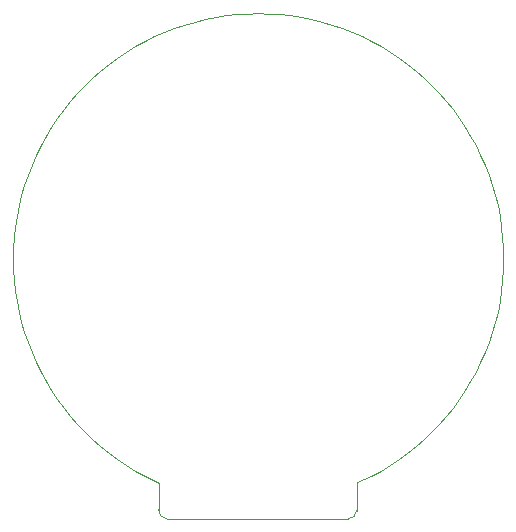
<source format=gbr>
%TF.GenerationSoftware,KiCad,Pcbnew,(5.99.0-9211-g6536d1de72)*%
%TF.CreationDate,2021-02-22T16:11:53-08:00*%
%TF.ProjectId,SoundLens,536f756e-644c-4656-9e73-2e6b69636164,rev?*%
%TF.SameCoordinates,Original*%
%TF.FileFunction,Profile,NP*%
%FSLAX46Y46*%
G04 Gerber Fmt 4.6, Leading zero omitted, Abs format (unit mm)*
G04 Created by KiCad (PCBNEW (5.99.0-9211-g6536d1de72)) date 2021-02-22 16:11:53*
%MOMM*%
%LPD*%
G01*
G04 APERTURE LIST*
%TA.AperFunction,Profile*%
%ADD10C,0.100000*%
%TD*%
G04 APERTURE END LIST*
D10*
X116471153Y-112638760D02*
X117006771Y-111908269D01*
X117510016Y-88844890D02*
X117006771Y-88091731D01*
X115306935Y-85973778D02*
X114680551Y-85319449D01*
X91584000Y-118974000D02*
X91571042Y-121260738D01*
X82993229Y-88091731D02*
X82489984Y-88844890D01*
X117006771Y-88091731D02*
X116471153Y-87361240D01*
X117510016Y-111155110D02*
X117979929Y-110380717D01*
X119800532Y-93756916D02*
X119509366Y-92899171D01*
X120269305Y-95506403D02*
X120054005Y-94626545D01*
X79553979Y-96394815D02*
X79416183Y-97290089D01*
X89619283Y-82020071D02*
X88844890Y-82489984D01*
X119800532Y-106243084D02*
X120054005Y-105373455D01*
X120761434Y-100000000D02*
X120741674Y-99094399D01*
X82020071Y-89619283D02*
X81584383Y-90413437D01*
X84095819Y-86654807D02*
X83528847Y-87361240D01*
X85319449Y-114680551D02*
X85973778Y-115306935D01*
X115306935Y-114026222D02*
X115904181Y-113345193D01*
X117979929Y-110380717D02*
X118415617Y-109586563D01*
X105373455Y-79945995D02*
X104493597Y-79730695D01*
X81183751Y-108774161D02*
X81584383Y-109586563D01*
X120741674Y-99094399D02*
X120682430Y-98190522D01*
X114680551Y-114680551D02*
X115306935Y-114026222D01*
X81584383Y-90413437D02*
X81183751Y-91225839D01*
X90413437Y-81584383D02*
X89619283Y-82020071D01*
X102709911Y-79416183D02*
X101809478Y-79317570D01*
X118816249Y-108774161D02*
X119181064Y-107945057D01*
X90413437Y-118415617D02*
X91584000Y-118974000D01*
X84693065Y-85973778D02*
X84095819Y-86654807D01*
X84693065Y-114026222D02*
X85319449Y-114680551D01*
X92054943Y-80818936D02*
X91225839Y-81183751D01*
X79553979Y-103605185D02*
X79730695Y-104493597D01*
X91571042Y-121260738D02*
G75*
G03*
X92265073Y-122022000I694031J-64262D01*
G01*
X83528847Y-112638760D02*
X84095819Y-113345193D01*
X80199468Y-106243084D02*
X80490634Y-107100829D01*
X120583817Y-97290089D02*
X120446021Y-96394815D01*
X115904181Y-86654807D02*
X115306935Y-85973778D01*
X87361240Y-116471153D02*
X88091731Y-117006771D01*
X111908269Y-82993229D02*
X111155110Y-82489984D01*
X93756916Y-80199468D02*
X92899171Y-80490634D01*
X108352416Y-121334927D02*
X108348000Y-118960000D01*
X79730695Y-104493597D02*
X79945995Y-105373455D01*
X120741674Y-100905601D02*
X120761434Y-100000000D01*
X80490634Y-107100829D02*
X80818936Y-107945057D01*
X107100829Y-80490634D02*
X106243084Y-80199468D01*
X113345193Y-115904181D02*
X114026222Y-115306935D01*
X110380717Y-117979929D02*
X111155110Y-117510016D01*
X120446021Y-96394815D02*
X120269305Y-95506403D01*
X85973778Y-115306935D02*
X86654807Y-115904181D01*
X108348000Y-118960000D02*
X109586563Y-118415617D01*
X84095819Y-113345193D02*
X84693065Y-114026222D01*
X119181064Y-92054943D02*
X118816249Y-91225839D01*
X88091731Y-117006771D02*
X88844890Y-117510016D01*
X120682430Y-101809478D02*
X120741674Y-100905601D01*
X111155110Y-117510016D02*
X111908269Y-117006771D01*
X79317570Y-98190522D02*
X79258326Y-99094399D01*
X98190522Y-79317570D02*
X97290089Y-79416183D01*
X79317570Y-101809478D02*
X79416183Y-102709911D01*
X115904181Y-113345193D02*
X116471153Y-112638760D01*
X82020071Y-110380717D02*
X82489984Y-111155110D01*
X107591154Y-122028958D02*
G75*
G03*
X108352416Y-121334927I64262J694031D01*
G01*
X79730695Y-95506403D02*
X79553979Y-96394815D01*
X118816249Y-91225839D02*
X118415617Y-90413437D01*
X80199468Y-93756916D02*
X79945995Y-94626545D01*
X116471153Y-87361240D02*
X115904181Y-86654807D01*
X120054005Y-105373455D02*
X120269305Y-104493597D01*
X81584383Y-109586563D02*
X82020071Y-110380717D01*
X79258326Y-99094399D02*
X79238566Y-100000000D01*
X82993229Y-111908269D02*
X83528847Y-112638760D01*
X85973778Y-84693065D02*
X85319449Y-85319449D01*
X118415617Y-109586563D02*
X118816249Y-108774161D01*
X120583817Y-102709911D02*
X120682430Y-101809478D01*
X120682430Y-98190522D02*
X120583817Y-97290089D01*
X100905601Y-79258326D02*
X100000000Y-79238566D01*
X86654807Y-84095819D02*
X85973778Y-84693065D01*
X85319449Y-85319449D02*
X84693065Y-85973778D01*
X79945995Y-94626545D02*
X79730695Y-95506403D01*
X88091731Y-82993229D02*
X87361240Y-83528847D01*
X120269305Y-104493597D02*
X120446021Y-103605185D01*
X81183751Y-91225839D02*
X80818936Y-92054943D01*
X120054005Y-94626545D02*
X119800532Y-93756916D01*
X101809478Y-79317570D02*
X100905601Y-79258326D01*
X92899171Y-80490634D02*
X92054943Y-80818936D01*
X80490634Y-92899171D02*
X80199468Y-93756916D01*
X112638760Y-83528847D02*
X111908269Y-82993229D01*
X88844890Y-117510016D02*
X89619283Y-117979929D01*
X111155110Y-82489984D02*
X110380717Y-82020071D01*
X99094399Y-79258326D02*
X98190522Y-79317570D01*
X80818936Y-107945057D02*
X81183751Y-108774161D01*
X114026222Y-84693065D02*
X113345193Y-84095819D01*
X114026222Y-115306935D02*
X114680551Y-114680551D01*
X112638760Y-116471153D02*
X113345193Y-115904181D01*
X97290089Y-79416183D02*
X96394815Y-79553979D01*
X113345193Y-84095819D02*
X112638760Y-83528847D01*
X82489984Y-88844890D02*
X82020071Y-89619283D01*
X92265073Y-122022000D02*
X94886000Y-122022000D01*
X86654807Y-115904181D02*
X87361240Y-116471153D01*
X109586563Y-118415617D02*
X110380717Y-117979929D01*
X100000000Y-79238566D02*
X99094399Y-79258326D01*
X109586563Y-81584383D02*
X108774161Y-81183751D01*
X103605185Y-79553979D02*
X102709911Y-79416183D01*
X119509366Y-107100829D02*
X119800532Y-106243084D01*
X89619283Y-117979929D02*
X90413437Y-118415617D01*
X111908269Y-117006771D02*
X112638760Y-116471153D01*
X118415617Y-90413437D02*
X117979929Y-89619283D01*
X79258326Y-100905601D02*
X79317570Y-101809478D01*
X83528847Y-87361240D02*
X82993229Y-88091731D01*
X87361240Y-83528847D02*
X86654807Y-84095819D01*
X79238566Y-100000000D02*
X79258326Y-100905601D01*
X119509366Y-92899171D02*
X119181064Y-92054943D01*
X117006771Y-111908269D02*
X117510016Y-111155110D01*
X106243084Y-80199468D02*
X105373455Y-79945995D01*
X119181064Y-107945057D02*
X119509366Y-107100829D01*
X104493597Y-79730695D02*
X103605185Y-79553979D01*
X94626545Y-79945995D02*
X93756916Y-80199468D01*
X82489984Y-111155110D02*
X82993229Y-111908269D01*
X120446021Y-103605185D02*
X120583817Y-102709911D01*
X95506403Y-79730695D02*
X94626545Y-79945995D01*
X107945057Y-80818936D02*
X107100829Y-80490634D01*
X110380717Y-82020071D02*
X109586563Y-81584383D01*
X96394815Y-79553979D02*
X95506403Y-79730695D01*
X79945995Y-105373455D02*
X80199468Y-106243084D01*
X117979929Y-89619283D02*
X117510016Y-88844890D01*
X91225839Y-81183751D02*
X90413437Y-81584383D01*
X94886000Y-122022000D02*
X107591154Y-122028958D01*
X114680551Y-85319449D02*
X114026222Y-84693065D01*
X88844890Y-82489984D02*
X88091731Y-82993229D01*
X79416183Y-97290089D02*
X79317570Y-98190522D01*
X80818936Y-92054943D02*
X80490634Y-92899171D01*
X108774161Y-81183751D02*
X107945057Y-80818936D01*
X79416183Y-102709911D02*
X79553979Y-103605185D01*
M02*

</source>
